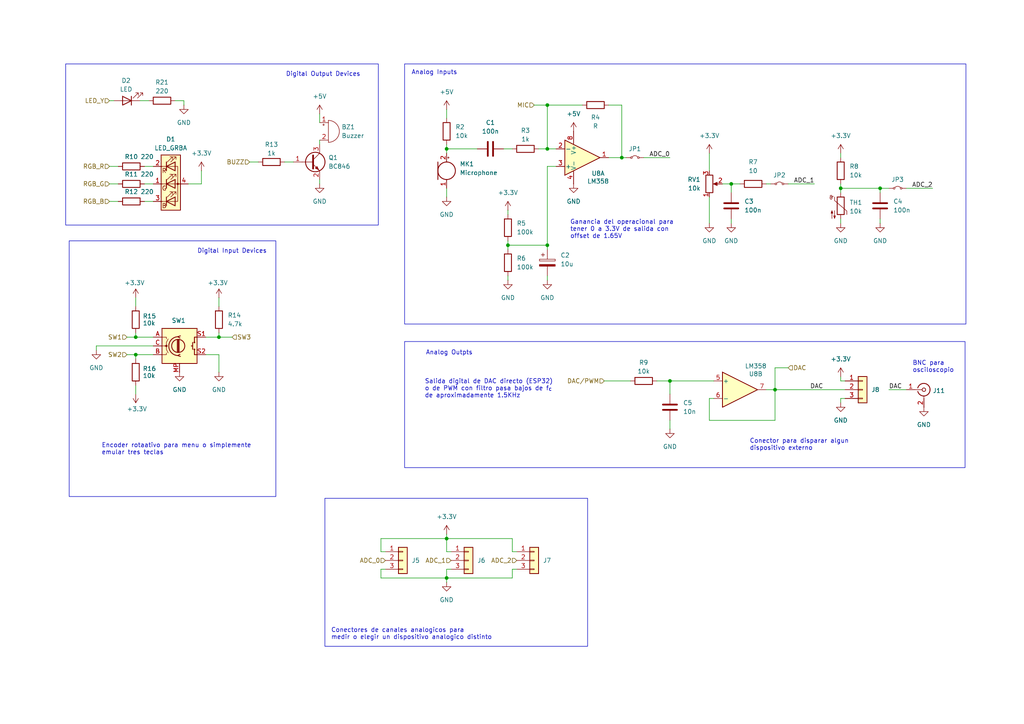
<source format=kicad_sch>
(kicad_sch (version 20250114) (generator "eeschema") (generator_version "9.0")
  (paper "A4")
  (title_block (title "TD2 Dev Kit - IO Devices") (date "2025-07-01") (rev "1") (company "UTN FRA LSE"))
  (lib_symbols
    (symbol "Amplifier_Operational:LM358" (pin_names (offset 0.127))
      (property "Reference" "U" (at 0 5.08 0))
      (property "Value" "LM358" (at 0 -5.08 0))
      (symbol "LM358_1_1"
        (polyline (pts (xy -5.08 5.08) (xy 5.08 0) (xy -5.08 -5.08) (xy -5.08 5.08)) (stroke (width 0.254)) (fill (type background)))
        (pin input line (at -7.62 2.54 0) (length 2.54) (name "+") (number "3"))
        (pin input line (at -7.62 -2.54 0) (length 2.54) (name "-") (number "2"))
        (pin output line (at 7.62 0 180) (length 2.54) (name "~") (number "1"))
      )
      (symbol "LM358_2_1"
        (polyline (pts (xy -5.08 5.08) (xy 5.08 0) (xy -5.08 -5.08) (xy -5.08 5.08)) (stroke (width 0.254)) (fill (type background)))
        (pin input line (at -7.62 2.54 0) (length 2.54) (name "+") (number "5"))
        (pin input line (at -7.62 -2.54 0) (length 2.54) (name "-") (number "6"))
        (pin output line (at 7.62 0 180) (length 2.54) (name "~") (number "7"))
      )
      (symbol "LM358_3_1"
        (pin power_in line (at -2.54 7.62 270) (length 3.81) (name "V+") (number "8"))
        (pin power_in line (at -2.54 -7.62 90) (length 3.81) (name "V-") (number "4"))
      )
    )
    (symbol "Connector:Conn_Coaxial" (pin_names (offset 1.016) (hide yes))
      (property "Reference" "J" (at 0.254 3.048 0))
      (property "Value" "Conn_Coaxial" (at 2.921 0 90))
      (symbol "Conn_Coaxial_0_1"
        (polyline (pts (xy -2.54 0) (xy -0.508 0)))
        (arc (start 1.778 0) (mid 0.222 -1.8079) (end -1.778 -0.508) (stroke (width 0.254)))
        (arc (start -1.778 0.508) (mid 0.2221 1.8084) (end 1.778 0) (stroke (width 0.254)))
        (circle (center 0 0) (radius 0.508) (stroke (width 0.2032)))
        (polyline (pts (xy 0 -2.54) (xy 0 -1.778)))
      )
      (symbol "Conn_Coaxial_1_1"
        (pin passive line (at -5.08 0 0) (length 2.54) (name "In") (number "1"))
        (pin passive line (at 0 -5.08 90) (length 2.54) (name "Ext") (number "2"))
      )
    )
    (symbol "Connector_Generic:Conn_01x03" (pin_names (offset 1.016) (hide yes))
      (property "Reference" "J" (at 0 5.08 0))
      (property "Value" "Conn_01x03" (at 0 -5.08 0))
      (symbol "Conn_01x03_1_1"
        (rectangle (start -1.27 3.81) (end 1.27 -3.81) (stroke (width 0.254)) (fill (type background)))
        (rectangle (start -1.27 2.667) (end 0 2.413) (stroke (width 0.1524)))
        (rectangle (start -1.27 0.127) (end 0 -0.127) (stroke (width 0.1524)))
        (rectangle (start -1.27 -2.413) (end 0 -2.667) (stroke (width 0.1524)))
        (pin passive line (at -5.08 2.54 0) (length 3.81) (name "Pin_1") (number "1"))
        (pin passive line (at -5.08 0 0) (length 3.81) (name "Pin_2") (number "2"))
        (pin passive line (at -5.08 -2.54 0) (length 3.81) (name "Pin_3") (number "3"))
      )
    )
    (symbol "Device:Buzzer" (pin_names (offset 0.0254) (hide yes))
      (property "Reference" "BZ" (at 3.81 1.27 0))
      (property "Value" "Buzzer" (at 3.81 -1.27 0))
      (symbol "Buzzer_0_1"
        (polyline (pts (xy -1.651 1.905) (xy -1.143 1.905)))
        (polyline (pts (xy -1.397 2.159) (xy -1.397 1.651)))
        (arc (start 0 3.175) (mid 3.1612 0) (end 0 -3.175))
        (polyline (pts (xy 0 3.175) (xy 0 -3.175)))
      )
      (symbol "Buzzer_1_1"
        (pin passive line (at -2.54 2.54 0) (length 2.54) (name "+") (number "1"))
        (pin passive line (at -2.54 -2.54 0) (length 2.54) (name "-") (number "2"))
      )
    )
    (symbol "Device:C" (pin_numbers (hide yes)) (pin_names (offset 0.254))
      (property "Reference" "C" (at 0.635 2.54 0))
      (property "Value" "C" (at 0.635 -2.54 0))
      (symbol "C_0_1"
        (polyline (pts (xy -2.032 0.762) (xy 2.032 0.762)) (stroke (width 0.508)))
        (polyline (pts (xy -2.032 -0.762) (xy 2.032 -0.762)) (stroke (width 0.508)))
      )
      (symbol "C_1_1"
        (pin passive line (at 0 3.81 270) (length 2.794) (name "~") (number "1"))
        (pin passive line (at 0 -3.81 90) (length 2.794) (name "~") (number "2"))
      )
    )
    (symbol "Device:C_Polarized" (pin_numbers (hide yes)) (pin_names (offset 0.254))
      (property "Reference" "C" (at 0.635 2.54 0))
      (property "Value" "C_Polarized" (at 0.635 -2.54 0))
      (symbol "C_Polarized_0_1"
        (rectangle (start -2.286 0.508) (end 2.286 1.016))
        (polyline (pts (xy -1.778 2.286) (xy -0.762 2.286)))
        (polyline (pts (xy -1.27 2.794) (xy -1.27 1.778)))
        (rectangle (start 2.286 -0.508) (end -2.286 -1.016) (fill (type outline)))
      )
      (symbol "C_Polarized_1_1"
        (pin passive line (at 0 3.81 270) (length 2.794) (name "~") (number "1"))
        (pin passive line (at 0 -3.81 90) (length 2.794) (name "~") (number "2"))
      )
    )
    (symbol "Device:LED" (pin_numbers (hide yes)) (pin_names (offset 1.016) (hide yes))
      (property "Reference" "D" (at 0 2.54 0))
      (property "Value" "LED" (at 0 -2.54 0))
      (symbol "LED_0_1"
        (polyline (pts (xy -3.048 -0.762) (xy -4.572 -2.286) (xy -3.81 -2.286) (xy -4.572 -2.286) (xy -4.572 -1.524)))
        (polyline (pts (xy -1.778 -0.762) (xy -3.302 -2.286) (xy -2.54 -2.286) (xy -3.302 -2.286) (xy -3.302 -1.524)))
        (polyline (pts (xy -1.27 0) (xy 1.27 0)))
        (polyline (pts (xy -1.27 -1.27) (xy -1.27 1.27)) (stroke (width 0.254)))
        (polyline (pts (xy 1.27 -1.27) (xy 1.27 1.27) (xy -1.27 0) (xy 1.27 -1.27)) (stroke (width 0.254)))
      )
      (symbol "LED_1_1"
        (pin passive line (at -3.81 0 0) (length 2.54) (name "K") (number "1"))
        (pin passive line (at 3.81 0 180) (length 2.54) (name "A") (number "2"))
      )
    )
    (symbol "Device:LED_GRBA" (pin_names (offset 0) (hide yes))
      (property "Reference" "D" (at 0 9.398 0))
      (property "Value" "LED_GRBA" (at 0 -8.89 0))
      (symbol "LED_GRBA_0_0"
        (text "R" (at -1.905 3.81 0) (effects (font (size 1.27 1.27))))
        (text "G" (at -1.905 -1.27 0) (effects (font (size 1.27 1.27))))
        (text "B" (at -1.905 -6.35 0) (effects (font (size 1.27 1.27))))
      )
      (symbol "LED_GRBA_0_1"
        (polyline (pts (xy -1.27 6.35) (xy -1.27 3.81)) (stroke (width 0.254)))
        (polyline (pts (xy -1.27 6.35) (xy -1.27 3.81) (xy -1.27 3.81)))
        (polyline (pts (xy -1.27 5.08) (xy -2.54 5.08)))
        (polyline (pts (xy -1.27 5.08) (xy 1.27 5.08)))
        (polyline (pts (xy -1.27 1.27) (xy -1.27 -1.27)) (stroke (width 0.254)))
        (polyline (pts (xy -1.27 1.27) (xy -1.27 -1.27) (xy -1.27 -1.27)))
        (polyline (pts (xy -1.27 0) (xy -2.54 0)))
        (polyline (pts (xy -1.27 -3.81) (xy -1.27 -6.35)) (stroke (width 0.254)))
        (polyline (pts (xy -1.27 -5.08) (xy -2.54 -5.08)))
        (polyline (pts (xy -1.27 -5.08) (xy 1.27 -5.08)))
        (polyline (pts (xy -1.016 6.35) (xy 0.508 7.874) (xy -0.254 7.874) (xy 0.508 7.874) (xy 0.508 7.112)))
        (polyline (pts (xy -1.016 1.27) (xy 0.508 2.794) (xy -0.254 2.794) (xy 0.508 2.794) (xy 0.508 2.032)))
        (polyline (pts (xy -1.016 -3.81) (xy 0.508 -2.286) (xy -0.254 -2.286) (xy 0.508 -2.286) (xy 0.508 -3.048)))
        (polyline (pts (xy 0 6.35) (xy 1.524 7.874) (xy 0.762 7.874) (xy 1.524 7.874) (xy 1.524 7.112)))
        (polyline (pts (xy 0 1.27) (xy 1.524 2.794) (xy 0.762 2.794) (xy 1.524 2.794) (xy 1.524 2.032)))
        (polyline (pts (xy 0 -3.81) (xy 1.524 -2.286) (xy 0.762 -2.286) (xy 1.524 -2.286) (xy 1.524 -3.048)))
        (polyline (pts (xy 1.27 6.35) (xy 1.27 3.81) (xy -1.27 5.08) (xy 1.27 6.35)) (stroke (width 0.254)))
        (rectangle (start 1.27 6.35) (end 1.27 6.35))
        (rectangle (start 1.27 3.81) (end 1.27 6.35))
        (polyline (pts (xy 1.27 1.27) (xy 1.27 -1.27) (xy -1.27 0) (xy 1.27 1.27)) (stroke (width 0.254)))
        (rectangle (start 1.27 1.27) (end 1.27 1.27))
        (polyline (pts (xy 1.27 0) (xy -1.27 0)))
        (polyline (pts (xy 1.27 0) (xy 2.54 0)))
        (rectangle (start 1.27 -1.27) (end 1.27 1.27))
        (polyline (pts (xy 1.27 -3.81) (xy 1.27 -6.35) (xy -1.27 -5.08) (xy 1.27 -3.81)) (stroke (width 0.254)))
        (polyline (pts (xy 1.27 -5.08) (xy 2.032 -5.08) (xy 2.032 5.08) (xy 1.27 5.08)))
        (circle (center 2.032 0) (radius 0.254) (fill (type outline)))
        (rectangle (start 2.794 8.382) (end -2.794 -7.62) (stroke (width 0.254)) (fill (type background)))
      )
      (symbol "LED_GRBA_1_1"
        (pin passive line (at -5.08 5.08 0) (length 2.54) (name "RK") (number "2"))
        (pin passive line (at -5.08 0 0) (length 2.54) (name "GK") (number "1"))
        (pin passive line (at -5.08 -5.08 0) (length 2.54) (name "BK") (number "3"))
        (pin passive line (at 5.08 0 180) (length 2.54) (name "A") (number "4"))
      )
    )
    (symbol "Device:Microphone" (pin_names (offset 0.0254) (hide yes))
      (property "Reference" "MK" (at -3.81 1.27 0))
      (property "Value" "Microphone" (at -3.81 -0.635 0))
      (symbol "Microphone_0_1"
        (polyline (pts (xy -2.54 2.54) (xy -2.54 -2.54)) (stroke (width 0.254)))
        (circle (center 0 0) (radius 2.54) (stroke (width 0.254)))
        (polyline (pts (xy 0.254 3.81) (xy 0.762 3.81)))
        (polyline (pts (xy 0.508 4.064) (xy 0.508 3.556)))
      )
      (symbol "Microphone_1_1"
        (pin passive line (at 0 5.08 270) (length 2.54) (name "+") (number "2"))
        (pin passive line (at 0 -5.08 90) (length 2.54) (name "-") (number "1"))
      )
    )
    (symbol "Device:R" (pin_numbers (hide yes)) (pin_names (offset 0))
      (property "Reference" "R" (at 2.032 0 90))
      (property "Value" "R" (at 0 0 90))
      (symbol "R_0_1"
        (rectangle (start -1.016 -2.54) (end 1.016 2.54) (stroke (width 0.254)))
      )
      (symbol "R_1_1"
        (pin passive line (at 0 3.81 270) (length 1.27) (name "~") (number "1"))
        (pin passive line (at 0 -3.81 90) (length 1.27) (name "~") (number "2"))
      )
    )
    (symbol "Device:R_Potentiometer" (pin_names (offset 1.016) (hide yes))
      (property "Reference" "RV" (at -4.445 0 90))
      (property "Value" "R_Potentiometer" (at -2.54 0 90))
      (symbol "R_Potentiometer_0_1"
        (rectangle (start 1.016 2.54) (end -1.016 -2.54) (stroke (width 0.254)))
        (polyline (pts (xy 1.143 0) (xy 2.286 0.508) (xy 2.286 -0.508) (xy 1.143 0)) (fill (type outline)))
        (polyline (pts (xy 2.54 0) (xy 1.524 0)))
      )
      (symbol "R_Potentiometer_1_1"
        (pin passive line (at 0 3.81 270) (length 1.27) (name "1") (number "1"))
        (pin passive line (at 0 -3.81 90) (length 1.27) (name "3") (number "3"))
        (pin passive line (at 3.81 0 180) (length 1.27) (name "2") (number "2"))
      )
    )
    (symbol "Device:RotaryEncoder_Switch_MP" (pin_names (offset 0.254) (hide yes))
      (property "Reference" "SW" (at 0 8.89 0))
      (property "Value" "RotaryEncoder_Switch_MP" (at 0 6.35 0))
      (symbol "RotaryEncoder_Switch_MP_0_1"
        (rectangle (start -5.08 5.08) (end 5.08 -5.08) (stroke (width 0.254)) (fill (type background)))
        (polyline (pts (xy -5.08 2.54) (xy -3.81 2.54) (xy -3.81 2.032)))
        (polyline (pts (xy -5.08 0) (xy -3.81 0) (xy -3.81 -1.016) (xy -3.302 -2.032)))
        (polyline (pts (xy -5.08 -2.54) (xy -3.81 -2.54) (xy -3.81 -2.032)))
        (polyline (pts (xy -4.318 0) (xy -3.81 0) (xy -3.81 1.016) (xy -3.302 2.032)))
        (circle (center -3.81 0) (radius 0.254) (fill (type outline)))
        (polyline (pts (xy -0.635 -1.778) (xy -0.635 1.778)) (stroke (width 0.254)))
        (circle (center -0.381 0) (radius 1.905) (stroke (width 0.254)))
        (polyline (pts (xy -0.381 -1.778) (xy -0.381 1.778)) (stroke (width 0.254)))
        (arc (start -0.381 -2.794) (mid -3.0988 -0.0635) (end -0.381 2.667) (stroke (width 0.254)))
        (polyline (pts (xy -0.127 1.778) (xy -0.127 -1.778)) (stroke (width 0.254)))
        (polyline (pts (xy 0.254 2.921) (xy -0.508 2.667) (xy 0.127 2.286)) (stroke (width 0.254)))
        (polyline (pts (xy 0.254 -3.048) (xy -0.508 -2.794) (xy 0.127 -2.413)) (stroke (width 0.254)))
        (polyline (pts (xy 3.81 1.016) (xy 3.81 -1.016)) (stroke (width 0.254)))
        (polyline (pts (xy 3.81 0) (xy 3.429 0)) (stroke (width 0.254)))
        (circle (center 4.318 1.016) (radius 0.127) (stroke (width 0.254)))
        (circle (center 4.318 -1.016) (radius 0.127) (stroke (width 0.254)))
        (polyline (pts (xy 5.08 2.54) (xy 4.318 2.54) (xy 4.318 1.016)) (stroke (width 0.254)))
        (polyline (pts (xy 5.08 -2.54) (xy 4.318 -2.54) (xy 4.318 -1.016)) (stroke (width 0.254)))
      )
      (symbol "RotaryEncoder_Switch_MP_1_1"
        (pin passive line (at -7.62 2.54 0) (length 2.54) (name "A") (number "A"))
        (pin passive line (at -7.62 0 0) (length 2.54) (name "C") (number "C"))
        (pin passive line (at -7.62 -2.54 0) (length 2.54) (name "B") (number "B"))
        (pin passive line (at 0 -7.62 90) (length 2.54) (name "MP") (number "MP"))
        (pin passive line (at 7.62 2.54 180) (length 2.54) (name "S1") (number "S1"))
        (pin passive line (at 7.62 -2.54 180) (length 2.54) (name "S2") (number "S2"))
      )
    )
    (symbol "Device:Thermistor_NTC" (pin_numbers (hide yes)) (pin_names (offset 0))
      (property "Reference" "TH" (at -4.445 0 90))
      (property "Value" "Thermistor_NTC" (at 3.175 0 90))
      (symbol "Thermistor_NTC_0_1"
        (arc (start -3.175 2.413) (mid -3.0506 2.3165) (end -3.048 2.159))
        (arc (start -3.048 2.794) (mid -2.9736 2.9736) (end -2.794 3.048))
        (arc (start -2.794 3.048) (mid -2.6144 2.9736) (end -2.54 2.794))
        (arc (start -2.794 2.54) (mid -2.9736 2.6144) (end -3.048 2.794))
        (arc (start -2.794 1.905) (mid -2.9736 1.9794) (end -3.048 2.159))
        (arc (start -2.54 2.159) (mid -2.6144 1.9794) (end -2.794 1.905))
        (arc (start -2.159 2.794) (mid -2.434 2.5608) (end -2.794 2.54))
        (polyline (pts (xy -2.54 2.159) (xy -2.54 2.794)))
        (polyline (pts (xy -2.54 -3.683) (xy -2.54 -1.397) (xy -2.794 -2.159) (xy -2.286 -2.159) (xy -2.54 -1.397) (xy -2.54 -1.651)) (fill (type outline)))
        (polyline (pts (xy -1.778 2.54) (xy -1.778 1.524) (xy 1.778 -1.524) (xy 1.778 -2.54)))
        (polyline (pts (xy -1.778 -1.397) (xy -1.778 -3.683) (xy -2.032 -2.921) (xy -1.524 -2.921) (xy -1.778 -3.683) (xy -1.778 -3.429)) (fill (type outline)))
        (rectangle (start -1.016 2.54) (end 1.016 -2.54) (stroke (width 0.254)))
      )
      (symbol "Thermistor_NTC_1_1"
        (pin passive line (at 0 3.81 270) (length 1.27) (name "~") (number "1"))
        (pin passive line (at 0 -3.81 90) (length 1.27) (name "~") (number "2"))
      )
    )
    (symbol "Jumper:Jumper_2_Small_Bridged" (pin_numbers (hide yes)) (pin_names (offset 0) (hide yes))
      (property "Reference" "JP" (at 0 2.032 0))
      (property "Value" "Jumper_2_Small_Bridged" (at 0 -2.286 0))
      (symbol "Jumper_2_Small_Bridged_0_0"
        (circle (center -1.016 0) (radius 0.254))
        (circle (center 1.016 0) (radius 0.254))
      )
      (symbol "Jumper_2_Small_Bridged_0_1"
        (arc (start -0.762 0.254) (mid 0 0.5696) (end 0.762 0.254))
      )
      (symbol "Jumper_2_Small_Bridged_1_1"
        (pin passive line (at -2.54 0 0) (length 1.27) (name "A") (number "1"))
        (pin passive line (at 2.54 0 180) (length 1.27) (name "B") (number "2"))
      )
    )
    (symbol "Transistor_BJT:BC846" (pin_names (offset 0) (hide yes))
      (property "Reference" "Q" (at 5.08 1.905 0))
      (property "Value" "BC846" (at 5.08 0 0))
      (symbol "BC846_0_1"
        (polyline (pts (xy -2.54 0) (xy 0.635 0)))
        (polyline (pts (xy 0.635 1.905) (xy 0.635 -1.905)) (stroke (width 0.508)))
        (circle (center 1.27 0) (radius 2.8194) (stroke (width 0.254)))
      )
      (symbol "BC846_1_1"
        (polyline (pts (xy 0.635 0.635) (xy 2.54 2.54)))
        (polyline (pts (xy 0.635 -0.635) (xy 2.54 -2.54)))
        (polyline (pts (xy 1.27 -1.778) (xy 1.778 -1.27) (xy 2.286 -2.286) (xy 1.27 -1.778)) (fill (type outline)))
        (pin input line (at -5.08 0 0) (length 2.54) (name "B") (number "1"))
        (pin passive line (at 2.54 5.08 270) (length 2.54) (name "C") (number "3"))
        (pin passive line (at 2.54 -5.08 90) (length 2.54) (name "E") (number "2"))
      )
    )
    (symbol "power:+3.3V" (power) (pin_numbers (hide yes)) (pin_names (offset 0) (hide yes))
      (property "Value" "+3.3V" (at 0 3.556 0))
      (symbol "+3.3V_0_1"
        (polyline (pts (xy -0.762 1.27) (xy 0 2.54)))
        (polyline (pts (xy 0 2.54) (xy 0.762 1.27)))
        (polyline (pts (xy 0 0) (xy 0 2.54)))
      )
      (symbol "+3.3V_1_1"
        (pin power_in line (at 0 0 90) (length 0) (name "~") (number "1"))
      )
    )
    (symbol "power:+5V" (power) (pin_numbers (hide yes)) (pin_names (offset 0) (hide yes))
      (property "Value" "+5V" (at 0 3.556 0))
      (symbol "+5V_0_1"
        (polyline (pts (xy -0.762 1.27) (xy 0 2.54)))
        (polyline (pts (xy 0 2.54) (xy 0.762 1.27)))
        (polyline (pts (xy 0 0) (xy 0 2.54)))
      )
      (symbol "+5V_1_1"
        (pin power_in line (at 0 0 90) (length 0) (name "~") (number "1"))
      )
    )
    (symbol "power:GND" (power) (pin_numbers (hide yes)) (pin_names (offset 0) (hide yes))
      (property "Value" "GND" (at 0 -3.81 0))
      (symbol "GND_0_1"
        (polyline (pts (xy 0 0) (xy 0 -1.27) (xy 1.27 -1.27) (xy 0 -2.54) (xy -1.27 -1.27) (xy 0 -1.27)))
      )
      (symbol "GND_1_1"
        (pin power_in line (at 0 0 270) (length 0) (name "~") (number "1"))
      )
    )
  )
  (rectangle (start 20.066 69.85) (end 80.01 144.018))
  (rectangle (start 94.234 144.526) (end 170.434 187.452))
  (rectangle (start 19.05 18.542) (end 109.728 65.278))
  (rectangle (start 117.348 99.06) (end 279.908 135.636))
  (rectangle (start 117.348 18.542) (end 280.162 93.98))
  (text "BNC para \nosciloscopio" (at 264.668 106.426 0) (effects (font (size 1.27 1.27)) (justify left)))
  (text "Analog Inputs" (at 125.984 21.082 0) (effects (font (size 1.27 1.27))))
  (text "Digital Input Devices" (at 67.31 72.898 0) (effects (font (size 1.27 1.27))))
  (text "Encoder rotaativo para menu o simplemente\nemular tres teclas" (at 29.464 130.302 0) (effects (font (size 1.27 1.27)) (justify left)))
  (text "Analog Outpts" (at 130.302 102.362 0) (effects (font (size 1.27 1.27))))
  (text "Digital Output Devices" (at 93.726 21.59 0) (effects (font (size 1.27 1.27))))
  (text "Salida digital de DAC directo (ESP32) \no de PWM con filtro pasa bajos de f_{c} \nde aproximadamente 1.5KHz" (at 123.19 112.776 0) (effects (font (size 1.27 1.27)) (justify left)))
  (text "Ganancia del operacional para\ntener 0 a 3.3V de salida con\noffset de 1.65V" (at 165.354 66.548 0) (effects (font (size 1.27 1.27)) (justify left)))
  (text "Conectores de canales analogicos para\nmedir o elegir un dispositivo analogico distinto" (at 96.012 183.896 0) (effects (font (size 1.27 1.27)) (justify left)))
  (text "Conector para disparar algun\ndispositivo externo" (at 217.424 129.032 0) (effects (font (size 1.27 1.27)) (justify left)))
  (junction (at 129.54 156.21))
  (junction (at 39.37 102.87))
  (junction (at 158.75 30.48))
  (junction (at 129.54 43.18))
  (junction (at 158.75 71.12))
  (junction (at 224.79 113.03))
  (junction (at 158.75 43.18))
  (junction (at 194.31 110.49))
  (junction (at 243.84 54.61))
  (junction (at 212.09 53.34))
  (junction (at 63.5 97.79))
  (junction (at 39.37 97.79))
  (junction (at 255.27 54.61))
  (junction (at 180.34 45.72))
  (junction (at 129.54 167.64))
  (junction (at 147.32 71.12))
  (wire (pts (xy 110.49 165.1) (xy 111.76 165.1)))
  (wire (pts (xy 194.31 110.49) (xy 207.01 110.49)))
  (wire (pts (xy 31.75 29.21) (xy 33.02 29.21)))
  (wire (pts (xy 255.27 63.5) (xy 255.27 64.77)))
  (wire (pts (xy 63.5 86.36) (xy 63.5 88.9)))
  (wire (pts (xy 243.84 54.61) (xy 243.84 55.88)))
  (wire (pts (xy 243.84 53.34) (xy 243.84 54.61)))
  (wire (pts (xy 180.34 45.72) (xy 181.61 45.72)))
  (wire (pts (xy 262.89 54.61) (xy 270.51 54.61)))
  (wire (pts (xy 110.49 156.21) (xy 110.49 160.02)))
  (wire (pts (xy 147.32 80.01) (xy 147.32 81.28)))
  (wire (pts (xy 82.55 46.99) (xy 85.09 46.99)))
  (wire (pts (xy 63.5 107.95) (xy 63.5 102.87)))
  (wire (pts (xy 255.27 55.88) (xy 255.27 54.61)))
  (wire (pts (xy 41.91 53.34) (xy 44.45 53.34)))
  (wire (pts (xy 129.54 54.61) (xy 129.54 57.15)))
  (wire (pts (xy 129.54 156.21) (xy 110.49 156.21)))
  (wire (pts (xy 39.37 102.87) (xy 39.37 104.14)))
  (wire (pts (xy 148.59 165.1) (xy 148.59 167.64)))
  (wire (pts (xy 186.69 45.72) (xy 194.31 45.72)))
  (wire (pts (xy 110.49 167.64) (xy 129.54 167.64)))
  (wire (pts (xy 205.74 44.45) (xy 205.74 49.53)))
  (wire (pts (xy 243.84 115.57) (xy 245.11 115.57)))
  (wire (pts (xy 255.27 54.61) (xy 243.84 54.61)))
  (wire (pts (xy 224.79 106.68) (xy 224.79 113.03)))
  (wire (pts (xy 39.37 111.76) (xy 39.37 114.3)))
  (wire (pts (xy 224.79 113.03) (xy 245.11 113.03)))
  (wire (pts (xy 148.59 165.1) (xy 149.86 165.1)))
  (wire (pts (xy 63.5 97.79) (xy 59.69 97.79)))
  (wire (pts (xy 228.6 53.34) (xy 236.22 53.34)))
  (wire (pts (xy 39.37 102.87) (xy 44.45 102.87)))
  (wire (pts (xy 129.54 41.91) (xy 129.54 43.18)))
  (wire (pts (xy 158.75 71.12) (xy 158.75 48.26)))
  (wire (pts (xy 129.54 31.75) (xy 129.54 34.29)))
  (wire (pts (xy 180.34 30.48) (xy 180.34 45.72)))
  (wire (pts (xy 212.09 53.34) (xy 209.55 53.34)))
  (wire (pts (xy 53.34 29.21) (xy 50.8 29.21)))
  (wire (pts (xy 205.74 121.92) (xy 224.79 121.92)))
  (wire (pts (xy 147.32 71.12) (xy 158.75 71.12)))
  (wire (pts (xy 63.5 97.79) (xy 67.31 97.79)))
  (wire (pts (xy 224.79 121.92) (xy 224.79 113.03)))
  (wire (pts (xy 39.37 97.79) (xy 39.37 96.52)))
  (wire (pts (xy 147.32 60.96) (xy 147.32 62.23)))
  (wire (pts (xy 44.45 100.33) (xy 27.94 100.33)))
  (wire (pts (xy 243.84 63.5) (xy 243.84 64.77)))
  (wire (pts (xy 190.5 110.49) (xy 194.31 110.49)))
  (wire (pts (xy 146.05 43.18) (xy 148.59 43.18)))
  (wire (pts (xy 158.75 30.48) (xy 158.75 43.18)))
  (wire (pts (xy 176.53 45.72) (xy 180.34 45.72)))
  (wire (pts (xy 92.71 40.64) (xy 92.71 41.91)))
  (wire (pts (xy 223.52 53.34) (xy 222.25 53.34)))
  (wire (pts (xy 53.34 30.48) (xy 53.34 29.21)))
  (wire (pts (xy 31.75 53.34) (xy 34.29 53.34)))
  (wire (pts (xy 63.5 96.52) (xy 63.5 97.79)))
  (wire (pts (xy 205.74 121.92) (xy 205.74 115.57)))
  (wire (pts (xy 214.63 53.34) (xy 212.09 53.34)))
  (wire (pts (xy 175.26 110.49) (xy 182.88 110.49)))
  (wire (pts (xy 36.83 102.87) (xy 39.37 102.87)))
  (wire (pts (xy 92.71 33.02) (xy 92.71 35.56)))
  (wire (pts (xy 194.31 110.49) (xy 194.31 114.3)))
  (wire (pts (xy 243.84 109.22) (xy 243.84 110.49)))
  (wire (pts (xy 129.54 165.1) (xy 130.81 165.1)))
  (wire (pts (xy 148.59 156.21) (xy 148.59 160.02)))
  (wire (pts (xy 41.91 58.42) (xy 44.45 58.42)))
  (wire (pts (xy 228.6 106.68) (xy 224.79 106.68)))
  (wire (pts (xy 129.54 156.21) (xy 129.54 160.02)))
  (wire (pts (xy 205.74 115.57) (xy 207.01 115.57)))
  (wire (pts (xy 110.49 165.1) (xy 110.49 167.64)))
  (wire (pts (xy 168.91 30.48) (xy 158.75 30.48)))
  (wire (pts (xy 43.18 29.21) (xy 40.64 29.21)))
  (wire (pts (xy 27.94 100.33) (xy 27.94 101.6)))
  (wire (pts (xy 92.71 52.07) (xy 92.71 53.34)))
  (wire (pts (xy 257.81 113.03) (xy 262.89 113.03)))
  (wire (pts (xy 176.53 30.48) (xy 180.34 30.48)))
  (wire (pts (xy 41.91 48.26) (xy 44.45 48.26)))
  (wire (pts (xy 212.09 63.5) (xy 212.09 64.77)))
  (wire (pts (xy 39.37 86.36) (xy 39.37 88.9)))
  (wire (pts (xy 129.54 156.21) (xy 148.59 156.21)))
  (wire (pts (xy 58.42 49.53) (xy 58.42 53.34)))
  (wire (pts (xy 129.54 167.64) (xy 129.54 165.1)))
  (wire (pts (xy 255.27 54.61) (xy 257.81 54.61)))
  (wire (pts (xy 154.94 30.48) (xy 158.75 30.48)))
  (wire (pts (xy 31.75 58.42) (xy 34.29 58.42)))
  (wire (pts (xy 243.84 44.45) (xy 243.84 45.72)))
  (wire (pts (xy 129.54 167.64) (xy 148.59 167.64)))
  (wire (pts (xy 129.54 43.18) (xy 138.43 43.18)))
  (wire (pts (xy 147.32 69.85) (xy 147.32 71.12)))
  (wire (pts (xy 129.54 160.02) (xy 130.81 160.02)))
  (wire (pts (xy 212.09 55.88) (xy 212.09 53.34)))
  (wire (pts (xy 158.75 71.12) (xy 158.75 72.39)))
  (wire (pts (xy 158.75 80.01) (xy 158.75 81.28)))
  (wire (pts (xy 39.37 97.79) (xy 44.45 97.79)))
  (wire (pts (xy 158.75 43.18) (xy 161.29 43.18)))
  (wire (pts (xy 243.84 110.49) (xy 245.11 110.49)))
  (wire (pts (xy 224.79 113.03) (xy 222.25 113.03)))
  (wire (pts (xy 36.83 97.79) (xy 39.37 97.79)))
  (wire (pts (xy 243.84 116.84) (xy 243.84 115.57)))
  (wire (pts (xy 156.21 43.18) (xy 158.75 43.18)))
  (wire (pts (xy 58.42 53.34) (xy 54.61 53.34)))
  (wire (pts (xy 72.39 46.99) (xy 74.93 46.99)))
  (wire (pts (xy 158.75 48.26) (xy 161.29 48.26)))
  (wire (pts (xy 31.75 48.26) (xy 34.29 48.26)))
  (wire (pts (xy 147.32 71.12) (xy 147.32 72.39)))
  (wire (pts (xy 205.74 57.15) (xy 205.74 64.77)))
  (wire (pts (xy 194.31 121.92) (xy 194.31 124.46)))
  (wire (pts (xy 129.54 168.91) (xy 129.54 167.64)))
  (wire (pts (xy 110.49 160.02) (xy 111.76 160.02)))
  (wire (pts (xy 129.54 43.18) (xy 129.54 44.45)))
  (wire (pts (xy 129.54 154.94) (xy 129.54 156.21)))
  (wire (pts (xy 63.5 102.87) (xy 59.69 102.87)))
  (wire (pts (xy 148.59 160.02) (xy 149.86 160.02)))
  (label "ADC_1" (at 236.22 53.34 180))
  (label "DAC" (at 257.81 113.03 0))
  (label "ADC_2" (at 270.51 54.61 180))
  (label "DAC" (at 234.95 113.03 0))
  (label "ADC_0" (at 194.31 45.72 180))
  (hierarchical_label "SW2" (shape input) (at 36.83 102.87 180))
  (hierarchical_label "SW1" (shape input) (at 36.83 97.79 180))
  (hierarchical_label "BUZZ" (shape input) (at 72.39 46.99 180))
  (hierarchical_label "DAC{slash}PWM" (shape input) (at 175.26 110.49 180))
  (hierarchical_label "DAC" (shape input) (at 228.6 106.68 0))
  (hierarchical_label "ADC_2" (shape input) (at 149.86 162.56 180))
  (hierarchical_label "ADC_0" (shape input) (at 111.76 162.56 180))
  (hierarchical_label "ADC_1" (shape input) (at 130.81 162.56 180))
  (hierarchical_label "RGB_R" (shape input) (at 31.75 48.26 180))
  (hierarchical_label "SW3" (shape input) (at 67.31 97.79 0))
  (hierarchical_label "LED_Y" (shape input) (at 31.75 29.21 180))
  (hierarchical_label "RGB_B" (shape input) (at 31.75 58.42 180))
  (hierarchical_label "MIC" (shape input) (at 154.94 30.48 180))
  (hierarchical_label "RGB_G" (shape input) (at 31.75 53.34 180))
  (symbol (lib_id "power:+3.3V") (at 205.74 44.45 0) (mirror y) (unit 1)
    (property "Reference" "#PWR023" (effects (hide yes)))
    (property "Value" "+3.3V" (at 205.74 39.37 0))
    (property "Description" "Power symbol creates a global label with name \"+3.3V\"" (effects (hide yes)))
  )
  (symbol (lib_id "Amplifier_Operational:LM358") (at 214.63 113.03 0) (unit 2)
    (property "Reference" "U8" (at 219.202 108.458 0))
    (property "Value" "LM358" (at 219.202 106.172 0))
    (property "Footprint" "Package_SO:SOIC-8_5.3x6.2mm_P1.27mm" (effects (hide yes)))
    (property "Datasheet" "http://www.ti.com/lit/ds/symlink/lm2904-n.pdf" (effects (hide yes)))
    (property "Description" "Low-Power, Dual Operational Amplifiers, DIP-8/SOIC-8/TO-99-8" (effects (hide yes)))
  )
  (symbol (lib_id "power:GND") (at 243.84 64.77 0) (mirror y) (unit 1)
    (property "Reference" "#PWR027" (effects (hide yes)))
    (property "Value" "GND" (at 243.84 69.85 0))
    (property "Description" "Power symbol creates a global label with name \"GND\" , ground" (effects (hide yes)))
  )
  (symbol (lib_id "power:GND") (at 52.07 107.95 0) (unit 1)
    (property "Reference" "#PWR072" (effects (hide yes)))
    (property "Value" "GND" (at 52.07 113.03 0))
    (property "Description" "Power symbol creates a global label with name \"GND\" , ground" (effects (hide yes)))
  )
  (symbol (lib_id "power:GND") (at 92.71 53.34 0) (unit 1)
    (property "Reference" "#PWR033" (effects (hide yes)))
    (property "Value" "GND" (at 92.71 58.42 0))
    (property "Description" "Power symbol creates a global label with name \"GND\" , ground" (effects (hide yes)))
  )
  (symbol (lib_id "power:GND") (at 63.5 107.95 0) (unit 1)
    (property "Reference" "#PWR075" (effects (hide yes)))
    (property "Value" "GND" (at 63.5 113.03 0))
    (property "Description" "Power symbol creates a global label with name \"GND\" , ground" (effects (hide yes)))
  )
  (symbol (lib_id "Device:R") (at 46.99 29.21 270) (mirror x) (unit 1)
    (property "Reference" "R21" (at 46.99 23.876 90))
    (property "Value" "220" (at 46.99 26.416 90))
    (property "Footprint" "Resistor_SMD:R_0805_2012Metric_Pad1.20x1.40mm_HandSolder" (effects (hide yes)))
    (property "Description" "Resistor" (effects (hide yes)))
  )
  (symbol (lib_id "Connector_Generic:Conn_01x03") (at 116.84 162.56 0) (unit 1)
    (property "Reference" "J5" (at 119.38 162.5599 0) (effects (justify left)))
    (property "Value" "Conn_01x03" (effects (hide yes)))
    (property "Footprint" "Connector_PinHeader_2.54mm:PinHeader_1x03_P2.54mm_Horizontal" (effects (hide yes)))
    (property "Description" "Generic connector, single row, 01x03, script generated (kicad-library-utils/schlib/autogen/connector/)" (effects (hide yes)))
  )
  (symbol (lib_id "power:GND") (at 27.94 101.6 0) (unit 1)
    (property "Reference" "#PWR073" (effects (hide yes)))
    (property "Value" "GND" (at 27.94 106.68 0))
    (property "Description" "Power symbol creates a global label with name \"GND\" , ground" (effects (hide yes)))
  )
  (symbol (lib_id "Device:R") (at 152.4 43.18 90) (unit 1)
    (property "Reference" "R3" (at 152.4 37.846 90))
    (property "Value" "1k" (at 152.4 40.386 90))
    (property "Footprint" "Resistor_SMD:R_0805_2012Metric_Pad1.20x1.40mm_HandSolder" (effects (hide yes)))
    (property "Description" "Resistor" (effects (hide yes)))
  )
  (symbol (lib_id "Device:C") (at 194.31 118.11 0) (unit 1)
    (property "Reference" "C5" (at 198.12 116.8399 0) (effects (justify left)))
    (property "Value" "10n" (at 198.12 119.3799 0) (effects (justify left)))
    (property "Footprint" "Capacitor_SMD:C_0805_2012Metric_Pad1.18x1.45mm_HandSolder" (effects (hide yes)))
    (property "Description" "Unpolarized capacitor" (effects (hide yes)))
  )
  (symbol (lib_id "Device:R") (at 39.37 107.95 0) (mirror x) (unit 1)
    (property "Reference" "R16" (at 41.402 106.934 0) (effects (justify left)))
    (property "Value" "10k" (at 41.402 108.966 0) (effects (justify left)))
    (property "Footprint" "Resistor_SMD:R_0805_2012Metric_Pad1.20x1.40mm_HandSolder" (effects (hide yes)))
    (property "Description" "Resistor" (effects (hide yes)))
  )
  (symbol (lib_id "power:GND") (at 243.84 116.84 0) (unit 1)
    (property "Reference" "#PWR056" (effects (hide yes)))
    (property "Value" "GND" (at 243.84 121.92 0))
    (property "Description" "Power symbol creates a global label with name \"GND\" , ground" (effects (hide yes)))
  )
  (symbol (lib_id "power:+5V") (at 92.71 33.02 0) (unit 1)
    (property "Reference" "#PWR034" (effects (hide yes)))
    (property "Value" "+5V" (at 92.71 27.94 0))
    (property "Description" "Power symbol creates a global label with name \"+5V\"" (effects (hide yes)))
  )
  (symbol (lib_id "power:GND") (at 158.75 81.28 0) (unit 1)
    (property "Reference" "#PWR022" (effects (hide yes)))
    (property "Value" "GND" (at 158.75 86.36 0))
    (property "Description" "Power symbol creates a global label with name \"GND\" , ground" (effects (hide yes)))
  )
  (symbol (lib_id "Jumper:Jumper_2_Small_Bridged") (at 260.35 54.61 0) (unit 1)
    (property "Reference" "JP3" (at 260.35 52.07 0))
    (property "Value" "Jumper_2_Small_Bridged" (effects (hide yes)))
    (property "Footprint" "Connector_PinHeader_2.54mm:PinHeader_1x02_P2.54mm_Vertical" (effects (hide yes)))
    (property "Description" "Jumper, 2-pole, small symbol, bridged" (effects (hide yes)))
  )
  (symbol (lib_id "power:+3.3V") (at 39.37 114.3 180) (unit 1)
    (property "Reference" "#PWR074" (effects (hide yes)))
    (property "Value" "+3.3V" (at 42.672 118.618 0) (effects (justify left)))
    (property "Description" "Power symbol creates a global label with name \"+3.3V\"" (effects (hide yes)))
  )
  (symbol (lib_id "power:+3.3V") (at 129.54 154.94 0) (unit 1)
    (property "Reference" "#PWR057" (effects (hide yes)))
    (property "Value" "+3.3V" (at 129.54 149.86 0))
    (property "Description" "Power symbol creates a global label with name \"+3.3V\"" (effects (hide yes)))
  )
  (symbol (lib_id "power:GND") (at 212.09 64.77 0) (mirror y) (unit 1)
    (property "Reference" "#PWR025" (effects (hide yes)))
    (property "Value" "GND" (at 212.09 69.85 0))
    (property "Description" "Power symbol creates a global label with name \"GND\" , ground" (effects (hide yes)))
  )
  (symbol (lib_id "Device:RotaryEncoder_Switch_MP") (at 52.07 100.33 0) (unit 1)
    (property "Reference" "SW1" (at 51.816 92.964 0))
    (property "Value" "RotaryEncoder_Switch_MP" (effects (hide yes)))
    (property "Footprint" "Rotary_Encoder:RotaryEncoder_Alps_EC11E-Switch_Vertical_H20mm_MountingHoles" (effects (hide yes)))
    (property "Description" "Rotary encoder, dual channel, incremental quadrate outputs, with switch and MP Pin" (effects (hide yes)))
  )
  (symbol (lib_id "Connector_Generic:Conn_01x03") (at 135.89 162.56 0) (unit 1)
    (property "Reference" "J6" (at 138.43 162.5599 0) (effects (justify left)))
    (property "Value" "Conn_01x03" (effects (hide yes)))
    (property "Footprint" "Connector_PinHeader_2.54mm:PinHeader_1x03_P2.54mm_Horizontal" (effects (hide yes)))
    (property "Description" "Generic connector, single row, 01x03, script generated (kicad-library-utils/schlib/autogen/connector/)" (effects (hide yes)))
  )
  (symbol (lib_id "Jumper:Jumper_2_Small_Bridged") (at 184.15 45.72 0) (unit 1)
    (property "Reference" "JP1" (at 184.15 43.18 0))
    (property "Value" "Jumper_2_Small_Bridged" (effects (hide yes)))
    (property "Footprint" "Connector_PinHeader_2.54mm:PinHeader_1x02_P2.54mm_Vertical" (effects (hide yes)))
    (property "Description" "Jumper, 2-pole, small symbol, bridged" (effects (hide yes)))
  )
  (symbol (lib_id "Device:R") (at 147.32 66.04 180) (unit 1)
    (property "Reference" "R5" (at 149.86 64.7699 0) (effects (justify right)))
    (property "Value" "100k" (at 149.86 67.3099 0) (effects (justify right)))
    (property "Footprint" "Resistor_SMD:R_0805_2012Metric_Pad1.20x1.40mm_HandSolder" (effects (hide yes)))
    (property "Description" "Resistor" (effects (hide yes)))
  )
  (symbol (lib_id "Amplifier_Operational:LM358") (at 168.91 45.72 0) (mirror x) (unit 1)
    (property "Reference" "U8" (at 173.482 50.292 0))
    (property "Value" "LM358" (at 173.482 52.578 0))
    (property "Footprint" "Package_SO:SOIC-8_5.3x6.2mm_P1.27mm" (effects (hide yes)))
    (property "Datasheet" "http://www.ti.com/lit/ds/symlink/lm2904-n.pdf" (effects (hide yes)))
    (property "Description" "Low-Power, Dual Operational Amplifiers, DIP-8/SOIC-8/TO-99-8" (effects (hide yes)))
  )
  (symbol (lib_id "power:GND") (at 255.27 64.77 0) (mirror y) (unit 1)
    (property "Reference" "#PWR028" (effects (hide yes)))
    (property "Value" "GND" (at 255.27 69.85 0))
    (property "Description" "Power symbol creates a global label with name \"GND\" , ground" (effects (hide yes)))
  )
  (symbol (lib_id "Device:R") (at 172.72 30.48 270) (mirror x) (unit 1)
    (property "Reference" "R4" (at 172.72 34.036 90))
    (property "Value" "R" (at 172.72 36.576 90))
    (property "Footprint" "Resistor_SMD:R_0805_2012Metric_Pad1.20x1.40mm_HandSolder" (effects (hide yes)))
    (property "Description" "Resistor" (effects (hide yes)))
  )
  (symbol (lib_id "power:GND") (at 194.31 124.46 0) (unit 1)
    (property "Reference" "#PWR029" (effects (hide yes)))
    (property "Value" "GND" (at 194.31 129.54 0))
    (property "Description" "Power symbol creates a global label with name \"GND\" , ground" (effects (hide yes)))
  )
  (symbol (lib_id "Device:R") (at 78.74 46.99 90) (unit 1)
    (property "Reference" "R13" (at 78.74 41.91 90))
    (property "Value" "1k" (at 78.74 44.45 90))
    (property "Footprint" "Resistor_SMD:R_0805_2012Metric_Pad1.20x1.40mm_HandSolder" (effects (hide yes)))
    (property "Description" "Resistor" (effects (hide yes)))
  )
  (symbol (lib_id "power:GND") (at 147.32 81.28 0) (unit 1)
    (property "Reference" "#PWR021" (effects (hide yes)))
    (property "Value" "GND" (at 147.32 86.36 0))
    (property "Description" "Power symbol creates a global label with name \"GND\" , ground" (effects (hide yes)))
  )
  (symbol (lib_id "power:GND") (at 166.37 53.34 0) (unit 1)
    (property "Reference" "#PWR018" (effects (hide yes)))
    (property "Value" "GND" (at 166.37 58.42 0))
    (property "Description" "Power symbol creates a global label with name \"GND\" , ground" (effects (hide yes)))
  )
  (symbol (lib_id "power:GND") (at 129.54 168.91 0) (unit 1)
    (property "Reference" "#PWR058" (effects (hide yes)))
    (property "Value" "GND" (at 129.54 173.99 0))
    (property "Description" "Power symbol creates a global label with name \"GND\" , ground" (effects (hide yes)))
  )
  (symbol (lib_id "Connector_Generic:Conn_01x03") (at 250.19 113.03 0) (unit 1)
    (property "Reference" "J8" (at 252.73 113.0299 0) (effects (justify left)))
    (property "Value" "Conn_01x03" (effects (hide yes)))
    (property "Footprint" "Connector_PinHeader_2.54mm:PinHeader_1x03_P2.54mm_Horizontal" (effects (hide yes)))
    (property "Description" "Generic connector, single row, 01x03, script generated (kicad-library-utils/schlib/autogen/connector/)" (effects (hide yes)))
  )
  (symbol (lib_id "Device:R") (at 243.84 49.53 0) (unit 1)
    (property "Reference" "R8" (at 246.38 48.2599 0) (effects (justify left)))
    (property "Value" "10k" (at 246.38 50.7999 0) (effects (justify left)))
    (property "Footprint" "Resistor_SMD:R_0805_2012Metric_Pad1.20x1.40mm_HandSolder" (effects (hide yes)))
    (property "Description" "Resistor" (effects (hide yes)))
  )
  (symbol (lib_id "Device:R") (at 63.5 92.71 0) (unit 1)
    (property "Reference" "R14" (at 66.04 91.4399 0) (effects (justify left)))
    (property "Value" "4.7k" (at 66.04 93.9799 0) (effects (justify left)))
    (property "Footprint" "Resistor_SMD:R_0805_2012Metric_Pad1.20x1.40mm_HandSolder" (effects (hide yes)))
    (property "Description" "Resistor" (effects (hide yes)))
  )
  (symbol (lib_id "Device:LED") (at 36.83 29.21 180) (unit 1)
    (property "Reference" "D2" (at 36.576 23.368 0))
    (property "Value" "LED" (at 36.576 25.908 0))
    (property "Footprint" "LED_SMD:LED_0805_2012Metric_Pad1.15x1.40mm_HandSolder" (effects (hide yes)))
    (property "Description" "Light emitting diode" (effects (hide yes)))
    (property "Sim.Pins" "1=K 2=A" (effects (hide yes)))
  )
  (symbol (lib_id "Device:R_Potentiometer") (at 205.74 53.34 0) (mirror x) (unit 1)
    (property "Reference" "RV1" (at 203.2 52.0699 0) (effects (justify right)))
    (property "Value" "10k" (at 203.2 54.6099 0) (effects (justify right)))
    (property "Footprint" "Potentiometer_THT:Potentiometer_ACP_CA9-V10_Vertical_Hole" (effects (hide yes)))
    (property "Description" "Potentiometer" (effects (hide yes)))
  )
  (symbol (lib_id "Connector:Conn_Coaxial") (at 267.97 113.03 0) (unit 1)
    (property "Reference" "J11" (at 270.51 113.3231 0) (effects (justify left)))
    (property "Value" "Conn_Coaxial" (effects (hide yes)))
    (property "Footprint" "Connector_Coaxial:BNC_Amphenol_B6252HB-NPP3G-50_Horizontal" (effects (hide yes)))
    (property "Description" "coaxial connector (BNC, SMA, SMB, SMC, Cinch/RCA, LEMO, ...)" (effects (hide yes)))
  )
  (symbol (lib_id "Device:C") (at 212.09 59.69 0) (mirror y) (unit 1)
    (property "Reference" "C3" (at 215.9 58.4199 0) (effects (justify right)))
    (property "Value" "100n" (at 215.9 60.9599 0) (effects (justify right)))
    (property "Footprint" "Capacitor_SMD:C_0805_2012Metric_Pad1.18x1.45mm_HandSolder" (effects (hide yes)))
    (property "Description" "Unpolarized capacitor" (effects (hide yes)))
  )
  (symbol (lib_id "Device:Buzzer") (at 95.25 38.1 0) (unit 1)
    (property "Reference" "BZ1" (at 99.06 36.8299 0) (effects (justify left)))
    (property "Value" "Buzzer" (at 99.06 39.3699 0) (effects (justify left)))
    (property "Footprint" "Buzzer_Beeper:Buzzer_12x9.5RM7.6" (effects (hide yes)))
    (property "Description" "Buzzer, polarized" (effects (hide yes)))
  )
  (symbol (lib_id "power:+3.3V") (at 39.37 86.36 0) (unit 1)
    (property "Reference" "#PWR040" (effects (hide yes)))
    (property "Value" "+3.3V" (at 36.068 82.042 0) (effects (justify left)))
    (property "Description" "Power symbol creates a global label with name \"+3.3V\"" (effects (hide yes)))
  )
  (symbol (lib_id "power:+3.3V") (at 58.42 49.53 0) (unit 1)
    (property "Reference" "#PWR032" (effects (hide yes)))
    (property "Value" "+3.3V" (at 58.42 44.45 0))
    (property "Description" "Power symbol creates a global label with name \"+3.3V\"" (effects (hide yes)))
  )
  (symbol (lib_id "Device:R") (at 147.32 76.2 180) (unit 1)
    (property "Reference" "R6" (at 149.86 74.9299 0) (effects (justify right)))
    (property "Value" "100k" (at 149.86 77.4699 0) (effects (justify right)))
    (property "Footprint" "Resistor_SMD:R_0805_2012Metric_Pad1.20x1.40mm_HandSolder" (effects (hide yes)))
    (property "Description" "Resistor" (effects (hide yes)))
  )
  (symbol (lib_id "Connector_Generic:Conn_01x03") (at 154.94 162.56 0) (unit 1)
    (property "Reference" "J7" (at 157.48 162.5599 0) (effects (justify left)))
    (property "Value" "Conn_01x03" (effects (hide yes)))
    (property "Footprint" "Connector_PinHeader_2.54mm:PinHeader_1x03_P2.54mm_Horizontal" (effects (hide yes)))
    (property "Description" "Generic connector, single row, 01x03, script generated (kicad-library-utils/schlib/autogen/connector/)" (effects (hide yes)))
  )
  (symbol (lib_id "Device:R") (at 129.54 38.1 0) (unit 1)
    (property "Reference" "R2" (at 132.08 36.8299 0) (effects (justify left)))
    (property "Value" "10k" (at 132.08 39.3699 0) (effects (justify left)))
    (property "Footprint" "Resistor_SMD:R_0805_2012Metric_Pad1.20x1.40mm_HandSolder" (effects (hide yes)))
    (property "Description" "Resistor" (effects (hide yes)))
  )
  (symbol (lib_id "Transistor_BJT:BC846") (at 90.17 46.99 0) (unit 1)
    (property "Reference" "Q1" (at 95.25 45.7199 0) (effects (justify left)))
    (property "Value" "BC846" (at 95.25 48.2599 0) (effects (justify left)))
    (property "Footprint" "Package_TO_SOT_SMD:SOT-23" (effects (hide yes)))
    (property "Datasheet" "https://assets.nexperia.com/documents/data-sheet/BC846_SER.pdf" (effects (hide yes)))
    (property "Description" "0.1A Ic, 65V Vce, NPN Transistor, SOT-23" (effects (hide yes)))
  )
  (symbol (lib_id "Device:R") (at 38.1 48.26 90) (unit 1)
    (property "Reference" "R10" (at 38.1 45.466 90))
    (property "Value" "220" (at 42.672 45.466 90))
    (property "Footprint" "Resistor_SMD:R_0805_2012Metric_Pad1.20x1.40mm_HandSolder" (effects (hide yes)))
    (property "Description" "Resistor" (effects (hide yes)))
  )
  (symbol (lib_id "Device:R") (at 186.69 110.49 90) (unit 1)
    (property "Reference" "R9" (at 186.69 105.156 90))
    (property "Value" "10k" (at 186.69 107.696 90))
    (property "Footprint" "Resistor_SMD:R_0805_2012Metric_Pad1.20x1.40mm_HandSolder" (effects (hide yes)))
    (property "Description" "Resistor" (effects (hide yes)))
  )
  (symbol (lib_id "power:GND") (at 267.97 118.11 0) (unit 1)
    (property "Reference" "#PWR062" (effects (hide yes)))
    (property "Value" "GND" (at 267.97 123.19 0))
    (property "Description" "Power symbol creates a global label with name \"GND\" , ground" (effects (hide yes)))
  )
  (symbol (lib_id "power:+3.3V") (at 63.5 86.36 0) (unit 1)
    (property "Reference" "#PWR041" (effects (hide yes)))
    (property "Value" "+3.3V" (at 60.198 82.042 0) (effects (justify left)))
    (property "Description" "Power symbol creates a global label with name \"+3.3V\"" (effects (hide yes)))
  )
  (symbol (lib_id "power:+5V") (at 166.37 38.1 0) (unit 1)
    (property "Reference" "#PWR019" (effects (hide yes)))
    (property "Value" "+5V" (at 166.37 33.02 0))
    (property "Description" "Power symbol creates a global label with name \"+5V\"" (effects (hide yes)))
  )
  (symbol (lib_id "Device:R") (at 218.44 53.34 270) (mirror x) (unit 1)
    (property "Reference" "R7" (at 218.44 46.99 90))
    (property "Value" "10" (at 218.44 49.53 90))
    (property "Footprint" "Resistor_SMD:R_0805_2012Metric_Pad1.20x1.40mm_HandSolder" (effects (hide yes)))
    (property "Description" "Resistor" (effects (hide yes)))
  )
  (symbol (lib_id "Device:R") (at 38.1 53.34 90) (unit 1)
    (property "Reference" "R11" (at 38.1 50.546 90))
    (property "Value" "220" (at 42.672 50.546 90))
    (property "Footprint" "Resistor_SMD:R_0805_2012Metric_Pad1.20x1.40mm_HandSolder" (effects (hide yes)))
    (property "Description" "Resistor" (effects (hide yes)))
  )
  (symbol (lib_id "Device:R") (at 39.37 92.71 0) (mirror x) (unit 1)
    (property "Reference" "R15" (at 41.402 91.694 0) (effects (justify left)))
    (property "Value" "10k" (at 41.402 93.726 0) (effects (justify left)))
    (property "Footprint" "Resistor_SMD:R_0805_2012Metric_Pad1.20x1.40mm_HandSolder" (effects (hide yes)))
    (property "Description" "Resistor" (effects (hide yes)))
  )
  (symbol (lib_id "Device:R") (at 38.1 58.42 90) (unit 1)
    (property "Reference" "R12" (at 38.1 55.626 90))
    (property "Value" "220" (at 42.672 55.626 90))
    (property "Footprint" "Resistor_SMD:R_0805_2012Metric_Pad1.20x1.40mm_HandSolder" (effects (hide yes)))
    (property "Description" "Resistor" (effects (hide yes)))
  )
  (symbol (lib_id "Device:Microphone") (at 129.54 49.53 0) (unit 1)
    (property "Reference" "MK1" (at 133.35 47.5614 0) (effects (justify left)))
    (property "Value" "Microphone" (at 133.35 50.1014 0) (effects (justify left)))
    (property "Footprint" "Sensor_Audio:POM-2244P-C3310-2-R" (effects (hide yes)))
    (property "Description" "Microphone" (effects (hide yes)))
  )
  (symbol (lib_id "power:+5V") (at 129.54 31.75 0) (unit 1)
    (property "Reference" "#PWR017" (effects (hide yes)))
    (property "Value" "+5V" (at 129.54 26.67 0))
    (property "Description" "Power symbol creates a global label with name \"+5V\"" (effects (hide yes)))
  )
  (symbol (lib_id "Device:C_Polarized") (at 158.75 76.2 0) (unit 1)
    (property "Reference" "C2" (at 162.56 74.0409 0) (effects (justify left)))
    (property "Value" "10u" (at 162.56 76.5809 0) (effects (justify left)))
    (property "Footprint" "Capacitor_SMD:CP_Elec_4x5.8" (effects (hide yes)))
    (property "Description" "Polarized capacitor" (effects (hide yes)))
  )
  (symbol (lib_id "power:GND") (at 205.74 64.77 0) (mirror y) (unit 1)
    (property "Reference" "#PWR024" (effects (hide yes)))
    (property "Value" "GND" (at 205.74 69.85 0))
    (property "Description" "Power symbol creates a global label with name \"GND\" , ground" (effects (hide yes)))
  )
  (symbol (lib_id "power:GND") (at 53.34 30.48 0) (unit 1)
    (property "Reference" "#PWR046" (effects (hide yes)))
    (property "Value" "GND" (at 53.34 35.56 0))
    (property "Description" "Power symbol creates a global label with name \"GND\" , ground" (effects (hide yes)))
  )
  (symbol (lib_id "Device:Thermistor_NTC") (at 243.84 59.69 0) (unit 1)
    (property "Reference" "TH1" (at 246.38 58.7374 0) (effects (justify left)))
    (property "Value" "10k" (at 246.38 61.2774 0) (effects (justify left)))
    (property "Footprint" "Capacitor_THT:C_Disc_D5.0mm_W2.5mm_P2.50mm" (effects (hide yes)))
    (property "Description" "Temperature dependent resistor, negative temperature coefficient" (effects (hide yes)))
  )
  (symbol (lib_id "Device:LED_GRBA") (at 49.53 53.34 0) (unit 1)
    (property "Reference" "D1" (at 49.53 40.386 0))
    (property "Value" "LED_GRBA" (at 49.53 42.926 0))
    (property "Footprint" "LED_SMD:LED_Avago_PLCC4_3.2x2.8mm_CW" (effects (hide yes)))
    (property "Description" "RGB LED, green/red/blue/anode" (effects (hide yes)))
  )
  (symbol (lib_id "Jumper:Jumper_2_Small_Bridged") (at 226.06 53.34 0) (unit 1)
    (property "Reference" "JP2" (at 226.06 50.8 0))
    (property "Value" "Jumper_2_Small_Bridged" (effects (hide yes)))
    (property "Footprint" "Connector_PinHeader_2.54mm:PinHeader_1x02_P2.54mm_Vertical" (effects (hide yes)))
    (property "Description" "Jumper, 2-pole, small symbol, bridged" (effects (hide yes)))
  )
  (symbol (lib_id "Device:C") (at 142.24 43.18 90) (unit 1)
    (property "Reference" "C1" (at 142.24 35.56 90))
    (property "Value" "100n" (at 142.24 38.1 90))
    (property "Footprint" "Capacitor_SMD:C_0805_2012Metric_Pad1.18x1.45mm_HandSolder" (effects (hide yes)))
    (property "Description" "Unpolarized capacitor" (effects (hide yes)))
  )
  (symbol (lib_id "Amplifier_Operational:LM358") (at 168.91 45.72 0) (unit 3)
    (property "Reference" "U8" (effects (hide yes)))
    (property "Value" "LM358" (effects (hide yes)))
    (property "Footprint" "Package_SO:SOIC-8_5.3x6.2mm_P1.27mm" (effects (hide yes)))
    (property "Datasheet" "http://www.ti.com/lit/ds/symlink/lm2904-n.pdf" (effects (hide yes)))
    (property "Description" "Low-Power, Dual Operational Amplifiers, DIP-8/SOIC-8/TO-99-8" (effects (hide yes)))
  )
  (symbol (lib_id "Device:C") (at 255.27 59.69 0) (mirror y) (unit 1)
    (property "Reference" "C4" (at 259.08 58.4199 0) (effects (justify right)))
    (property "Value" "100n" (at 259.08 60.9599 0) (effects (justify right)))
    (property "Footprint" "Capacitor_SMD:C_0805_2012Metric_Pad1.18x1.45mm_HandSolder" (effects (hide yes)))
    (property "Description" "Unpolarized capacitor" (effects (hide yes)))
  )
  (symbol (lib_id "power:+3.3V") (at 243.84 109.22 0) (unit 1)
    (property "Reference" "#PWR055" (effects (hide yes)))
    (property "Value" "+3.3V" (at 243.84 104.14 0))
    (property "Description" "Power symbol creates a global label with name \"+3.3V\"" (effects (hide yes)))
  )
  (symbol (lib_id "power:GND") (at 129.54 57.15 0) (unit 1)
    (property "Reference" "#PWR016" (effects (hide yes)))
    (property "Value" "GND" (at 129.54 62.23 0))
    (property "Description" "Power symbol creates a global label with name \"GND\" , ground" (effects (hide yes)))
  )
  (symbol (lib_id "power:+3.3V") (at 147.32 60.96 0) (unit 1)
    (property "Reference" "#PWR020" (effects (hide yes)))
    (property "Value" "+3.3V" (at 147.32 55.88 0))
    (property "Description" "Power symbol creates a global label with name \"+3.3V\"" (effects (hide yes)))
  )
  (symbol (lib_id "power:+3.3V") (at 243.84 44.45 0) (mirror y) (unit 1)
    (property "Reference" "#PWR026" (effects (hide yes)))
    (property "Value" "+3.3V" (at 243.84 39.37 0))
    (property "Description" "Power symbol creates a global label with name \"+3.3V\"" (effects (hide yes)))
  )
)
</source>
